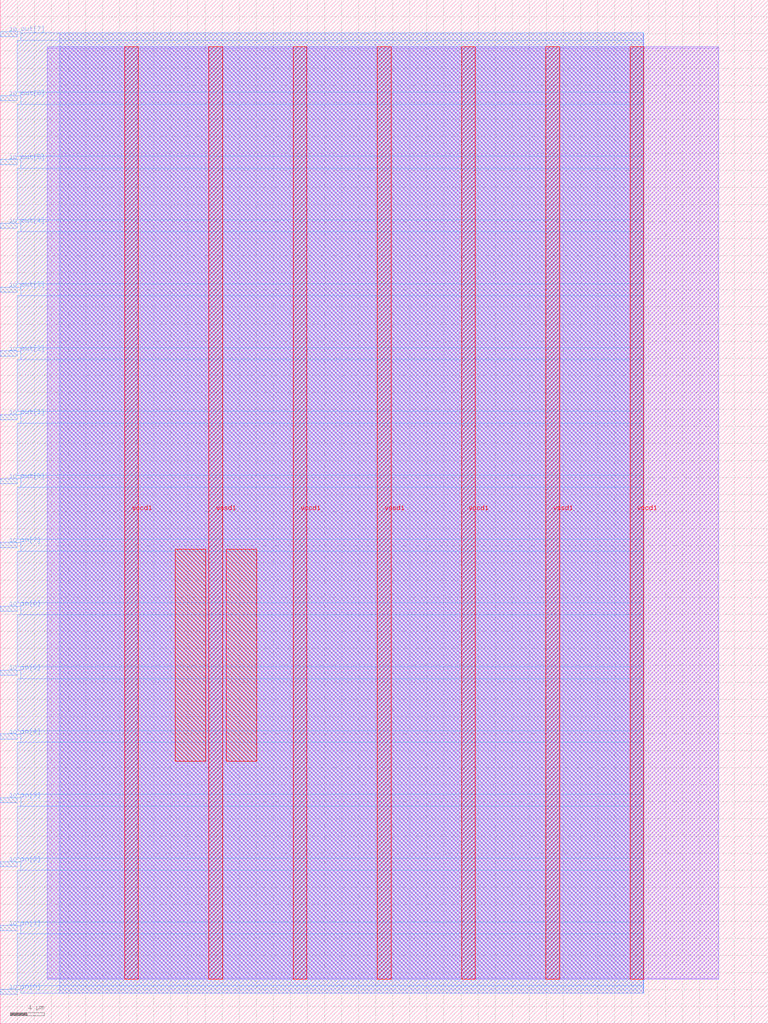
<source format=lef>
VERSION 5.7 ;
  NOWIREEXTENSIONATPIN ON ;
  DIVIDERCHAR "/" ;
  BUSBITCHARS "[]" ;
MACRO user_module_342981109408072274
  CLASS BLOCK ;
  FOREIGN user_module_342981109408072274 ;
  ORIGIN 0.000 0.000 ;
  SIZE 90.000 BY 120.000 ;
  PIN io_in[0]
    DIRECTION INPUT ;
    USE SIGNAL ;
    PORT
      LAYER met3 ;
        RECT 0.000 3.440 2.000 4.040 ;
    END
  END io_in[0]
  PIN io_in[1]
    DIRECTION INPUT ;
    USE SIGNAL ;
    PORT
      LAYER met3 ;
        RECT 0.000 10.920 2.000 11.520 ;
    END
  END io_in[1]
  PIN io_in[2]
    DIRECTION INPUT ;
    USE SIGNAL ;
    PORT
      LAYER met3 ;
        RECT 0.000 18.400 2.000 19.000 ;
    END
  END io_in[2]
  PIN io_in[3]
    DIRECTION INPUT ;
    USE SIGNAL ;
    PORT
      LAYER met3 ;
        RECT 0.000 25.880 2.000 26.480 ;
    END
  END io_in[3]
  PIN io_in[4]
    DIRECTION INPUT ;
    USE SIGNAL ;
    PORT
      LAYER met3 ;
        RECT 0.000 33.360 2.000 33.960 ;
    END
  END io_in[4]
  PIN io_in[5]
    DIRECTION INPUT ;
    USE SIGNAL ;
    PORT
      LAYER met3 ;
        RECT 0.000 40.840 2.000 41.440 ;
    END
  END io_in[5]
  PIN io_in[6]
    DIRECTION INPUT ;
    USE SIGNAL ;
    PORT
      LAYER met3 ;
        RECT 0.000 48.320 2.000 48.920 ;
    END
  END io_in[6]
  PIN io_in[7]
    DIRECTION INPUT ;
    USE SIGNAL ;
    PORT
      LAYER met3 ;
        RECT 0.000 55.800 2.000 56.400 ;
    END
  END io_in[7]
  PIN io_out[0]
    DIRECTION OUTPUT TRISTATE ;
    USE SIGNAL ;
    PORT
      LAYER met3 ;
        RECT 0.000 63.280 2.000 63.880 ;
    END
  END io_out[0]
  PIN io_out[1]
    DIRECTION OUTPUT TRISTATE ;
    USE SIGNAL ;
    PORT
      LAYER met3 ;
        RECT 0.000 70.760 2.000 71.360 ;
    END
  END io_out[1]
  PIN io_out[2]
    DIRECTION OUTPUT TRISTATE ;
    USE SIGNAL ;
    PORT
      LAYER met3 ;
        RECT 0.000 78.240 2.000 78.840 ;
    END
  END io_out[2]
  PIN io_out[3]
    DIRECTION OUTPUT TRISTATE ;
    USE SIGNAL ;
    PORT
      LAYER met3 ;
        RECT 0.000 85.720 2.000 86.320 ;
    END
  END io_out[3]
  PIN io_out[4]
    DIRECTION OUTPUT TRISTATE ;
    USE SIGNAL ;
    PORT
      LAYER met3 ;
        RECT 0.000 93.200 2.000 93.800 ;
    END
  END io_out[4]
  PIN io_out[5]
    DIRECTION OUTPUT TRISTATE ;
    USE SIGNAL ;
    PORT
      LAYER met3 ;
        RECT 0.000 100.680 2.000 101.280 ;
    END
  END io_out[5]
  PIN io_out[6]
    DIRECTION OUTPUT TRISTATE ;
    USE SIGNAL ;
    PORT
      LAYER met3 ;
        RECT 0.000 108.160 2.000 108.760 ;
    END
  END io_out[6]
  PIN io_out[7]
    DIRECTION OUTPUT TRISTATE ;
    USE SIGNAL ;
    PORT
      LAYER met3 ;
        RECT 0.000 115.640 2.000 116.240 ;
    END
  END io_out[7]
  PIN vccd1
    DIRECTION INOUT ;
    USE POWER ;
    PORT
      LAYER met4 ;
        RECT 14.590 5.200 16.190 114.480 ;
    END
    PORT
      LAYER met4 ;
        RECT 34.330 5.200 35.930 114.480 ;
    END
    PORT
      LAYER met4 ;
        RECT 54.070 5.200 55.670 114.480 ;
    END
    PORT
      LAYER met4 ;
        RECT 73.810 5.200 75.410 114.480 ;
    END
  END vccd1
  PIN vssd1
    DIRECTION INOUT ;
    USE GROUND ;
    PORT
      LAYER met4 ;
        RECT 24.460 5.200 26.060 114.480 ;
    END
    PORT
      LAYER met4 ;
        RECT 44.200 5.200 45.800 114.480 ;
    END
    PORT
      LAYER met4 ;
        RECT 63.940 5.200 65.540 114.480 ;
    END
  END vssd1
  OBS
      LAYER li1 ;
        RECT 5.520 5.355 84.180 114.325 ;
      LAYER met1 ;
        RECT 5.520 5.200 84.180 114.480 ;
      LAYER met2 ;
        RECT 6.990 3.555 75.380 116.125 ;
      LAYER met3 ;
        RECT 2.400 115.240 75.400 116.105 ;
        RECT 2.000 109.160 75.400 115.240 ;
        RECT 2.400 107.760 75.400 109.160 ;
        RECT 2.000 101.680 75.400 107.760 ;
        RECT 2.400 100.280 75.400 101.680 ;
        RECT 2.000 94.200 75.400 100.280 ;
        RECT 2.400 92.800 75.400 94.200 ;
        RECT 2.000 86.720 75.400 92.800 ;
        RECT 2.400 85.320 75.400 86.720 ;
        RECT 2.000 79.240 75.400 85.320 ;
        RECT 2.400 77.840 75.400 79.240 ;
        RECT 2.000 71.760 75.400 77.840 ;
        RECT 2.400 70.360 75.400 71.760 ;
        RECT 2.000 64.280 75.400 70.360 ;
        RECT 2.400 62.880 75.400 64.280 ;
        RECT 2.000 56.800 75.400 62.880 ;
        RECT 2.400 55.400 75.400 56.800 ;
        RECT 2.000 49.320 75.400 55.400 ;
        RECT 2.400 47.920 75.400 49.320 ;
        RECT 2.000 41.840 75.400 47.920 ;
        RECT 2.400 40.440 75.400 41.840 ;
        RECT 2.000 34.360 75.400 40.440 ;
        RECT 2.400 32.960 75.400 34.360 ;
        RECT 2.000 26.880 75.400 32.960 ;
        RECT 2.400 25.480 75.400 26.880 ;
        RECT 2.000 19.400 75.400 25.480 ;
        RECT 2.400 18.000 75.400 19.400 ;
        RECT 2.000 11.920 75.400 18.000 ;
        RECT 2.400 10.520 75.400 11.920 ;
        RECT 2.000 4.440 75.400 10.520 ;
        RECT 2.400 3.575 75.400 4.440 ;
      LAYER met4 ;
        RECT 20.535 30.775 24.060 55.585 ;
        RECT 26.460 30.775 30.065 55.585 ;
  END
END user_module_342981109408072274
END LIBRARY


</source>
